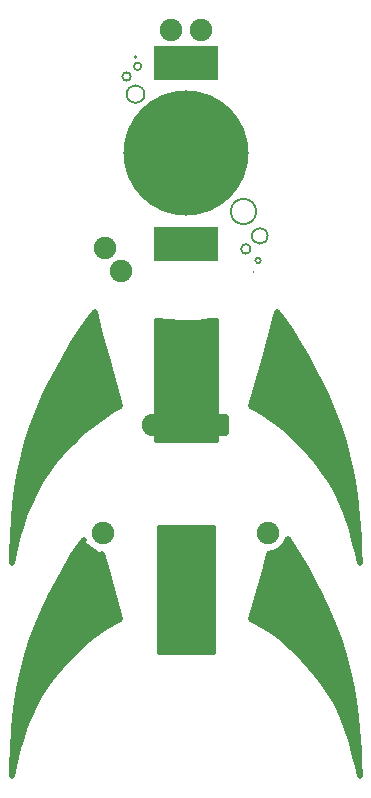
<source format=gbr>
G04 #@! TF.GenerationSoftware,KiCad,Pcbnew,(5.0.0-rc2-198-gb8bbb15aa)*
G04 #@! TF.CreationDate,2018-07-05T00:48:06-05:00*
G04 #@! TF.ProjectId,rocket,726F636B65742E6B696361645F706362,rev?*
G04 #@! TF.SameCoordinates,Original*
G04 #@! TF.FileFunction,Soldermask,Bot*
G04 #@! TF.FilePolarity,Negative*
%FSLAX46Y46*%
G04 Gerber Fmt 4.6, Leading zero omitted, Abs format (unit mm)*
G04 Created by KiCad (PCBNEW (5.0.0-rc2-198-gb8bbb15aa)) date 07/05/18 00:48:06*
%MOMM*%
%LPD*%
G01*
G04 APERTURE LIST*
%ADD10C,0.500000*%
%ADD11C,0.200000*%
%ADD12C,1.906220*%
%ADD13C,0.100000*%
%ADD14R,5.500000X2.900000*%
%ADD15C,10.600000*%
%ADD16C,0.254000*%
G04 APERTURE END LIST*
D10*
X14083235Y-40325043D02*
X14332821Y-41925578D01*
X7718609Y-26433834D02*
X8279666Y-27183392D01*
X13567523Y-43462457D02*
X13975773Y-44678270D01*
X13138059Y-42411526D02*
X13567523Y-43462457D01*
X14547160Y-46877204D02*
X14726451Y-47724810D01*
X9507457Y-29050070D02*
X10144499Y-30122741D01*
X9501141Y-37318176D02*
X10111642Y-37952935D01*
X-14654555Y-45599736D02*
X-14697881Y-46636144D01*
X8880897Y-28062879D02*
X9507457Y-29050070D01*
X11218861Y-39252046D02*
X11728642Y-39944151D01*
X10144499Y-30122741D02*
X11387965Y-32432459D01*
X6478448Y-34923086D02*
X7333820Y-35481840D01*
X8279666Y-27183392D02*
X8880897Y-28062879D01*
X14332821Y-41925578D02*
X14523335Y-43674887D01*
X11387965Y-32432459D02*
X11964539Y-33636842D01*
X7718609Y-26433834D02*
X7231991Y-28368272D01*
X14654555Y-45599736D02*
X14697881Y-46636144D01*
X12498659Y-34874423D02*
X12982102Y-36147829D01*
X14697881Y-46636144D02*
X14726451Y-47724810D01*
X14362255Y-46089164D02*
X14547160Y-46877204D01*
X12982102Y-36147829D02*
X13407736Y-37463220D01*
X13774799Y-38846512D02*
X14083235Y-40325043D01*
X14523335Y-43674887D02*
X14654555Y-45599736D01*
X11964539Y-33636842D02*
X12498659Y-34874423D01*
X8118959Y-36073184D02*
X8839515Y-36688252D01*
X7333820Y-35481840D02*
X8118959Y-36073184D01*
X7231991Y-28368272D02*
X6705461Y-30344128D01*
X6705461Y-30344128D02*
X5547192Y-34405788D01*
X11728642Y-39944151D02*
X12217710Y-40683525D01*
X8839515Y-36688252D02*
X9501141Y-37318176D01*
X13407736Y-37463220D02*
X13774799Y-38846512D01*
X13975773Y-44678270D02*
X14171769Y-45357445D01*
X12687937Y-41495282D02*
X13138059Y-42411526D01*
X14171769Y-45357445D02*
X14362255Y-46089164D01*
X12217710Y-40683525D02*
X12687937Y-41495282D01*
X10111642Y-37952935D02*
X11218861Y-39252046D01*
X-14697881Y-46636144D02*
X-14726451Y-47724810D01*
X5547192Y-34405788D02*
X6478448Y-34923086D01*
X-14523335Y-43674887D02*
X-14654555Y-45599736D01*
X-11218861Y-39252046D02*
X-11728642Y-39944151D01*
X-14547160Y-46877204D02*
X-14726451Y-47724810D01*
X-14332821Y-41925578D02*
X-14523335Y-43674887D01*
X-14083235Y-40325043D02*
X-14332821Y-41925578D01*
X-10144499Y-30122741D02*
X-11387965Y-32432459D01*
X-11728642Y-39944151D02*
X-12217710Y-40683525D01*
X-13774799Y-38846512D02*
X-14083235Y-40325043D01*
X-7718609Y-26433834D02*
X-7231991Y-28368272D01*
X-5547192Y-34405788D02*
X-6478448Y-34923086D01*
X-12982102Y-36147829D02*
X-13407736Y-37463220D01*
X-12498659Y-34874423D02*
X-12982102Y-36147829D01*
X-11964539Y-33636842D02*
X-12498659Y-34874423D01*
X-6478448Y-34923086D02*
X-7333820Y-35481840D01*
X-8880897Y-28062879D02*
X-9507457Y-29050070D01*
X-13567523Y-43462457D02*
X-13975773Y-44678270D01*
X-8118959Y-36073184D02*
X-8839515Y-36688252D01*
X-8279666Y-27183392D02*
X-8880897Y-28062879D01*
X-6705461Y-30344128D02*
X-5547192Y-34405788D01*
X-8839515Y-36688252D02*
X-9501141Y-37318176D01*
X-10111642Y-37952935D02*
X-11218861Y-39252046D01*
X-7231991Y-28368272D02*
X-6705461Y-30344128D01*
X-13138059Y-42411526D02*
X-13567523Y-43462457D01*
X-7333820Y-35481840D02*
X-8118959Y-36073184D01*
X-14362255Y-46089164D02*
X-14547160Y-46877204D01*
X-13975773Y-44678270D02*
X-14171769Y-45357445D01*
X-11387965Y-32432459D02*
X-11964539Y-33636842D01*
X-9507457Y-29050070D02*
X-10144499Y-30122741D01*
X-14171769Y-45357445D02*
X-14362255Y-46089164D01*
X-7718609Y-26433834D02*
X-8279666Y-27183392D01*
X-12217710Y-40683525D02*
X-12687937Y-41495282D01*
X-12687937Y-41495282D02*
X-13138059Y-42411526D01*
X-9501141Y-37318176D02*
X-10111642Y-37952935D01*
X-13407736Y-37463220D02*
X-13774799Y-38846512D01*
X8620936Y-45693446D02*
G75*
G02X7090000Y-46890000I-1635936J515446D01*
G01*
X-13975773Y-62678270D02*
X-14171769Y-63357445D01*
X-10144499Y-48122741D02*
X-11387965Y-50432459D01*
X-7090000Y-46900000D02*
X-6705461Y-48344128D01*
X-14697881Y-64636144D02*
X-14726451Y-65724810D01*
X-8880897Y-46062879D02*
X-9507457Y-47050070D01*
X-14547160Y-64877204D02*
X-14726451Y-65724810D01*
X-9507457Y-47050070D02*
X-10144499Y-48122741D01*
X-14171769Y-63357445D02*
X-14362255Y-64089164D01*
X-14523335Y-61674887D02*
X-14654555Y-63599736D01*
X-6705461Y-48344128D02*
X-5547192Y-52405788D01*
X-14083235Y-58325043D02*
X-14332821Y-59925578D01*
X-11387965Y-50432459D02*
X-11964539Y-51636842D01*
X-13774799Y-56846512D02*
X-14083235Y-58325043D01*
X-14362255Y-64089164D02*
X-14547160Y-64877204D01*
X-13567523Y-61462457D02*
X-13975773Y-62678270D01*
X7333820Y-53481840D02*
X8118959Y-54073184D01*
X6478448Y-52923086D02*
X7333820Y-53481840D01*
X5547192Y-52405788D02*
X6478448Y-52923086D01*
X-8630000Y-45700000D02*
X-8880897Y-46062879D01*
X-14654555Y-63599736D02*
X-14697881Y-64636144D01*
X-14332821Y-59925578D02*
X-14523335Y-61674887D01*
X-13407736Y-55463220D02*
X-13774799Y-56846512D01*
X-12982102Y-54147829D02*
X-13407736Y-55463220D01*
X-12498659Y-52874423D02*
X-12982102Y-54147829D01*
X-11964539Y-51636842D02*
X-12498659Y-52874423D01*
X-9501141Y-55318176D02*
X-10111642Y-55952935D01*
X-8118959Y-54073184D02*
X-8839515Y-54688252D01*
X-12687937Y-59495282D02*
X-13138059Y-60411526D01*
X-12217710Y-58683525D02*
X-12687937Y-59495282D01*
X-10111642Y-55952935D02*
X-11218861Y-57252046D01*
X-8839515Y-54688252D02*
X-9501141Y-55318176D01*
X-6478448Y-52923086D02*
X-7333820Y-53481840D01*
X-5547192Y-52405788D02*
X-6478448Y-52923086D01*
X-13138059Y-60411526D02*
X-13567523Y-61462457D01*
X-11728642Y-57944151D02*
X-12217710Y-58683525D01*
X-11218861Y-57252046D02*
X-11728642Y-57944151D01*
X-7333820Y-53481840D02*
X-8118959Y-54073184D01*
X13407736Y-55463220D02*
X13774799Y-56846512D01*
X13138059Y-60411526D02*
X13567523Y-61462457D01*
X14697881Y-64636144D02*
X14726451Y-65724810D01*
X12217710Y-58683525D02*
X12687937Y-59495282D01*
X13774799Y-56846512D02*
X14083235Y-58325043D01*
X13975773Y-62678270D02*
X14171769Y-63357445D01*
X8118959Y-54073184D02*
X8839515Y-54688252D01*
X10144499Y-48122741D02*
X11387965Y-50432459D01*
X6705461Y-48344128D02*
X5547192Y-52405788D01*
X9507457Y-47050070D02*
X10144499Y-48122741D01*
X12687937Y-59495282D02*
X13138059Y-60411526D01*
X9501141Y-55318176D02*
X10111642Y-55952935D01*
X8839515Y-54688252D02*
X9501141Y-55318176D01*
X11964539Y-51636842D02*
X12498659Y-52874423D01*
X12498659Y-52874423D02*
X12982102Y-54147829D01*
X14523335Y-61674887D02*
X14654555Y-63599736D01*
X11387965Y-50432459D02*
X11964539Y-51636842D01*
X13567523Y-61462457D02*
X13975773Y-62678270D01*
X14171769Y-63357445D02*
X14362255Y-64089164D01*
X10111642Y-55952935D02*
X11218861Y-57252046D01*
X14547160Y-64877204D02*
X14726451Y-65724810D01*
X11218861Y-57252046D02*
X11728642Y-57944151D01*
X14654555Y-63599736D02*
X14697881Y-64636144D01*
X7090000Y-46890000D02*
X6705461Y-48344128D01*
X14332821Y-59925578D02*
X14523335Y-61674887D01*
X14083235Y-58325043D02*
X14332821Y-59925578D01*
X8620000Y-45690000D02*
X8880897Y-46062879D01*
X12982102Y-54147829D02*
X13407736Y-55463220D01*
X14362255Y-64089164D02*
X14547160Y-64877204D01*
X8880897Y-46062879D02*
X9507457Y-47050070D01*
X11728642Y-57944151D02*
X12217710Y-58683525D01*
D11*
X5760828Y-23050000D02*
G75*
G03X5760828Y-23050000I-60828J0D01*
G01*
X6361645Y-22070000D02*
G75*
G03X6361645Y-22070000I-231645J0D01*
G01*
X5493817Y-21100000D02*
G75*
G03X5493817Y-21100000I-403817J0D01*
G01*
X6931832Y-19990000D02*
G75*
G03X6931832Y-19990000I-661832J0D01*
G01*
X5960794Y-17930000D02*
G75*
G03X5960794Y-17930000I-1070794J0D01*
G01*
X-4160000Y-4850000D02*
G75*
G03X-4160000Y-4850000I-90000J0D01*
G01*
X-3761096Y-5640000D02*
G75*
G03X-3761096Y-5640000I-318904J0D01*
G01*
X-4644894Y-6500000D02*
G75*
G03X-4644894Y-6500000I-355106J0D01*
G01*
X-3500000Y-8000000D02*
G75*
G03X-3500000Y-8000000I-750000J0D01*
G01*
D12*
G04 #@! TO.C,REF\002A\002A*
X-2750000Y-36000000D03*
G04 #@! TD*
D13*
G04 #@! TO.C,REF\002A\002A*
G36*
X3273266Y-35049185D02*
X3319526Y-35056047D01*
X3364892Y-35067410D01*
X3408925Y-35083166D01*
X3451201Y-35103161D01*
X3491315Y-35127204D01*
X3528878Y-35155063D01*
X3563530Y-35186470D01*
X3594937Y-35221122D01*
X3622796Y-35258685D01*
X3646839Y-35298799D01*
X3666834Y-35341075D01*
X3682590Y-35385108D01*
X3693953Y-35430474D01*
X3700815Y-35476734D01*
X3703110Y-35523445D01*
X3703110Y-36476555D01*
X3700815Y-36523266D01*
X3693953Y-36569526D01*
X3682590Y-36614892D01*
X3666834Y-36658925D01*
X3646839Y-36701201D01*
X3622796Y-36741315D01*
X3594937Y-36778878D01*
X3563530Y-36813530D01*
X3528878Y-36844937D01*
X3491315Y-36872796D01*
X3451201Y-36896839D01*
X3408925Y-36916834D01*
X3364892Y-36932590D01*
X3319526Y-36943953D01*
X3273266Y-36950815D01*
X3226555Y-36953110D01*
X2273445Y-36953110D01*
X2226734Y-36950815D01*
X2180474Y-36943953D01*
X2135108Y-36932590D01*
X2091075Y-36916834D01*
X2048799Y-36896839D01*
X2008685Y-36872796D01*
X1971122Y-36844937D01*
X1936470Y-36813530D01*
X1905063Y-36778878D01*
X1877204Y-36741315D01*
X1853161Y-36701201D01*
X1833166Y-36658925D01*
X1817410Y-36614892D01*
X1806047Y-36569526D01*
X1799185Y-36523266D01*
X1796890Y-36476555D01*
X1796890Y-35523445D01*
X1799185Y-35476734D01*
X1806047Y-35430474D01*
X1817410Y-35385108D01*
X1833166Y-35341075D01*
X1853161Y-35298799D01*
X1877204Y-35258685D01*
X1905063Y-35221122D01*
X1936470Y-35186470D01*
X1971122Y-35155063D01*
X2008685Y-35127204D01*
X2048799Y-35103161D01*
X2091075Y-35083166D01*
X2135108Y-35067410D01*
X2180474Y-35056047D01*
X2226734Y-35049185D01*
X2273445Y-35046890D01*
X3226555Y-35046890D01*
X3273266Y-35049185D01*
X3273266Y-35049185D01*
G37*
D12*
X2750000Y-36000000D03*
G04 #@! TD*
G04 #@! TO.C,REF\002A\002A*
X-5500000Y-23000000D03*
G04 #@! TD*
G04 #@! TO.C,REF\002A\002A*
X-6850000Y-21000000D03*
G04 #@! TD*
G04 #@! TO.C,REF\002A\002A*
X6985000Y-45178000D03*
G04 #@! TD*
G04 #@! TO.C,REF\002A\002A*
X-6985000Y-45178000D03*
G04 #@! TD*
G04 #@! TO.C,REF\002A\002A*
X1270000Y-2540000D03*
G04 #@! TD*
D14*
G04 #@! TO.C,REF\002A\002A*
X0Y-5350000D03*
X0Y-20650000D03*
D15*
X0Y-13000000D03*
G04 #@! TD*
D12*
G04 #@! TO.C,REF\002A\002A*
X-1270000Y-2540000D03*
G04 #@! TD*
D16*
G36*
X2373004Y-55323000D02*
X-2373372Y-55323000D01*
X-2372628Y-44577000D01*
X2373377Y-44577000D01*
X2373004Y-55323000D01*
X2373004Y-55323000D01*
G37*
X2373004Y-55323000D02*
X-2373372Y-55323000D01*
X-2372628Y-44577000D01*
X2373377Y-44577000D01*
X2373004Y-55323000D01*
G36*
X2622972Y-37373000D02*
X-2623028Y-37373000D01*
X-2625333Y-27013155D01*
X-2267821Y-27056056D01*
X-1708117Y-27126019D01*
X-1700455Y-27126742D01*
X-1230455Y-27156742D01*
X-1229680Y-27156789D01*
X-709680Y-27186789D01*
X-706742Y-27186925D01*
X-416742Y-27196925D01*
X-412365Y-27197000D01*
X437635Y-27197000D01*
X443468Y-27196866D01*
X1313468Y-27156866D01*
X1320398Y-27156357D01*
X2310398Y-27056357D01*
X2317156Y-27055491D01*
X2620668Y-27008278D01*
X2622972Y-37373000D01*
X2622972Y-37373000D01*
G37*
X2622972Y-37373000D02*
X-2623028Y-37373000D01*
X-2625333Y-27013155D01*
X-2267821Y-27056056D01*
X-1708117Y-27126019D01*
X-1700455Y-27126742D01*
X-1230455Y-27156742D01*
X-1229680Y-27156789D01*
X-709680Y-27186789D01*
X-706742Y-27186925D01*
X-416742Y-27196925D01*
X-412365Y-27197000D01*
X437635Y-27197000D01*
X443468Y-27196866D01*
X1313468Y-27156866D01*
X1320398Y-27156357D01*
X2310398Y-27056357D01*
X2317156Y-27055491D01*
X2620668Y-27008278D01*
X2622972Y-37373000D01*
G36*
X10965294Y-49953204D02*
X13355434Y-55201552D01*
X14460831Y-62222319D01*
X14413489Y-63520840D01*
X14086399Y-62688247D01*
X14084910Y-62684621D01*
X12424910Y-58814621D01*
X12409421Y-58787990D01*
X9689421Y-55197990D01*
X9664884Y-55173454D01*
X7354884Y-53423454D01*
X7349776Y-53419780D01*
X5722992Y-52309739D01*
X6759495Y-48193060D01*
X7197525Y-47050372D01*
X7968050Y-46721490D01*
X8007997Y-46694488D01*
X8671633Y-46030852D01*
X10965294Y-49953204D01*
X10965294Y-49953204D01*
G37*
X10965294Y-49953204D02*
X13355434Y-55201552D01*
X14460831Y-62222319D01*
X14413489Y-63520840D01*
X14086399Y-62688247D01*
X14084910Y-62684621D01*
X12424910Y-58814621D01*
X12409421Y-58787990D01*
X9689421Y-55197990D01*
X9664884Y-55173454D01*
X7354884Y-53423454D01*
X7349776Y-53419780D01*
X5722992Y-52309739D01*
X6759495Y-48193060D01*
X7197525Y-47050372D01*
X7968050Y-46721490D01*
X8007997Y-46694488D01*
X8671633Y-46030852D01*
X10965294Y-49953204D01*
G36*
X-7163526Y-46981404D02*
X-5650165Y-52380685D01*
X-9997504Y-55478902D01*
X-10029110Y-55511345D01*
X-13709110Y-60971345D01*
X-13726710Y-61010368D01*
X-14348507Y-63401896D01*
X-14580330Y-63371658D01*
X-14407613Y-60320324D01*
X-12943179Y-53974446D01*
X-10452954Y-48754933D01*
X-8628566Y-45989545D01*
X-7163526Y-46981404D01*
X-7163526Y-46981404D01*
G37*
X-7163526Y-46981404D02*
X-5650165Y-52380685D01*
X-9997504Y-55478902D01*
X-10029110Y-55511345D01*
X-13709110Y-60971345D01*
X-13726710Y-61010368D01*
X-14348507Y-63401896D01*
X-14580330Y-63371658D01*
X-14407613Y-60320324D01*
X-12943179Y-53974446D01*
X-10452954Y-48754933D01*
X-8628566Y-45989545D01*
X-7163526Y-46981404D01*
G36*
X11674108Y-33083857D02*
X14045095Y-40156968D01*
X14639841Y-45976330D01*
X14044998Y-45053989D01*
X12659995Y-41058406D01*
X12639884Y-41021564D01*
X10079884Y-37761564D01*
X10064026Y-37744771D01*
X7344026Y-35344771D01*
X7327748Y-35332579D01*
X5648084Y-34273245D01*
X7792820Y-26704710D01*
X11674108Y-33083857D01*
X11674108Y-33083857D01*
G37*
X11674108Y-33083857D02*
X14045095Y-40156968D01*
X14639841Y-45976330D01*
X14044998Y-45053989D01*
X12659995Y-41058406D01*
X12639884Y-41021564D01*
X10079884Y-37761564D01*
X10064026Y-37744771D01*
X7344026Y-35344771D01*
X7327748Y-35332579D01*
X5648084Y-34273245D01*
X7792820Y-26704710D01*
X11674108Y-33083857D01*
G36*
X-5707852Y-34448210D02*
X-10416929Y-37847021D01*
X-10451724Y-37885026D01*
X-13321724Y-42705026D01*
X-13330882Y-42723750D01*
X-14465721Y-45625962D01*
X-14631539Y-45394822D01*
X-14207140Y-41071867D01*
X-12882343Y-35822485D01*
X-10880463Y-31480099D01*
X-8468141Y-27562567D01*
X-7779509Y-26679497D01*
X-5707852Y-34448210D01*
X-5707852Y-34448210D01*
G37*
X-5707852Y-34448210D02*
X-10416929Y-37847021D01*
X-10451724Y-37885026D01*
X-13321724Y-42705026D01*
X-13330882Y-42723750D01*
X-14465721Y-45625962D01*
X-14631539Y-45394822D01*
X-14207140Y-41071867D01*
X-12882343Y-35822485D01*
X-10880463Y-31480099D01*
X-8468141Y-27562567D01*
X-7779509Y-26679497D01*
X-5707852Y-34448210D01*
M02*

</source>
